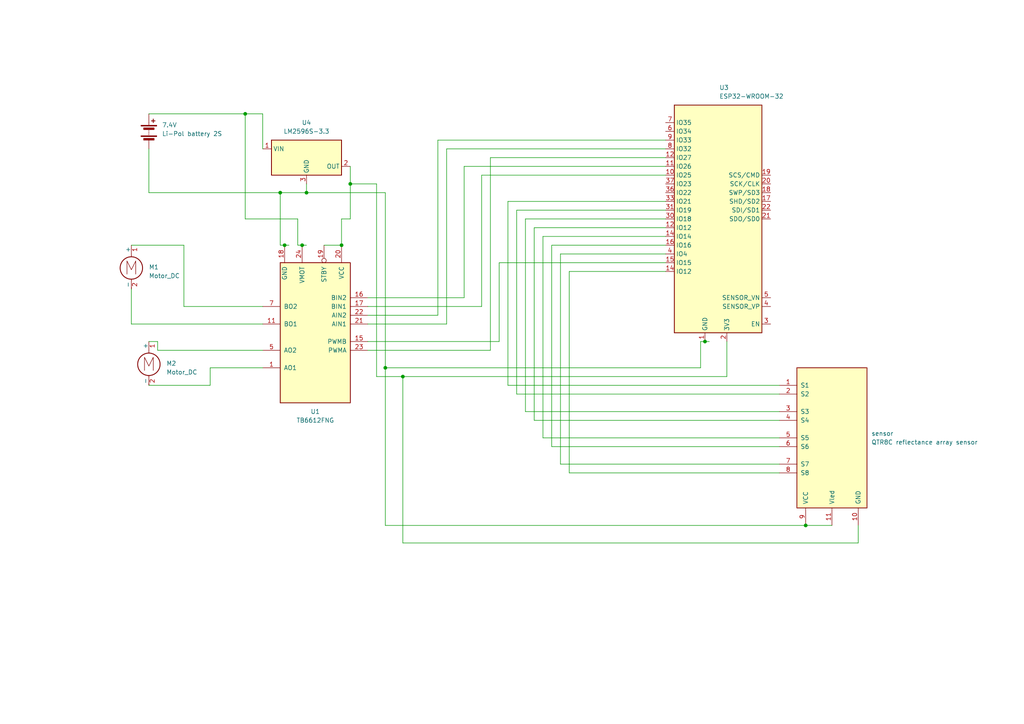
<source format=kicad_sch>
(kicad_sch (version 20230121) (generator eeschema)

  (uuid e58f599d-ddfc-4210-a409-514577a1a23d)

  (paper "A4")

  (lib_symbols
    (symbol "Device:Battery" (pin_numbers hide) (pin_names (offset 0) hide) (in_bom yes) (on_board yes)
      (property "Reference" "BT" (at 2.54 2.54 0)
        (effects (font (size 1.27 1.27)) (justify left))
      )
      (property "Value" "Battery" (at 2.54 0 0)
        (effects (font (size 1.27 1.27)) (justify left))
      )
      (property "Footprint" "" (at 0 1.524 90)
        (effects (font (size 1.27 1.27)) hide)
      )
      (property "Datasheet" "~" (at 0 1.524 90)
        (effects (font (size 1.27 1.27)) hide)
      )
      (property "ki_keywords" "batt voltage-source cell" (at 0 0 0)
        (effects (font (size 1.27 1.27)) hide)
      )
      (property "ki_description" "Multiple-cell battery" (at 0 0 0)
        (effects (font (size 1.27 1.27)) hide)
      )
      (symbol "Battery_0_1"
        (rectangle (start -2.286 -1.27) (end 2.286 -1.524)
          (stroke (width 0) (type default))
          (fill (type outline))
        )
        (rectangle (start -2.286 1.778) (end 2.286 1.524)
          (stroke (width 0) (type default))
          (fill (type outline))
        )
        (rectangle (start -1.524 -2.032) (end 1.524 -2.54)
          (stroke (width 0) (type default))
          (fill (type outline))
        )
        (rectangle (start -1.524 1.016) (end 1.524 0.508)
          (stroke (width 0) (type default))
          (fill (type outline))
        )
        (polyline
          (pts
            (xy 0 -1.016)
            (xy 0 -0.762)
          )
          (stroke (width 0) (type default))
          (fill (type none))
        )
        (polyline
          (pts
            (xy 0 -0.508)
            (xy 0 -0.254)
          )
          (stroke (width 0) (type default))
          (fill (type none))
        )
        (polyline
          (pts
            (xy 0 0)
            (xy 0 0.254)
          )
          (stroke (width 0) (type default))
          (fill (type none))
        )
        (polyline
          (pts
            (xy 0 1.778)
            (xy 0 2.54)
          )
          (stroke (width 0) (type default))
          (fill (type none))
        )
        (polyline
          (pts
            (xy 0.762 3.048)
            (xy 1.778 3.048)
          )
          (stroke (width 0.254) (type default))
          (fill (type none))
        )
        (polyline
          (pts
            (xy 1.27 3.556)
            (xy 1.27 2.54)
          )
          (stroke (width 0.254) (type default))
          (fill (type none))
        )
      )
      (symbol "Battery_1_1"
        (pin passive line (at 0 5.08 270) (length 2.54)
          (name "+" (effects (font (size 1.27 1.27))))
          (number "1" (effects (font (size 1.27 1.27))))
        )
        (pin passive line (at 0 -5.08 90) (length 2.54)
          (name "-" (effects (font (size 1.27 1.27))))
          (number "2" (effects (font (size 1.27 1.27))))
        )
      )
    )
    (symbol "Driver_Motor:TB6612FNG" (pin_names (offset 1.016)) (in_bom yes) (on_board yes)
      (property "Reference" "U1" (at 0 -22.86 0)
        (effects (font (size 1.27 1.27)))
      )
      (property "Value" "TB6612FNG" (at 0 -25.4 0)
        (effects (font (size 1.27 1.27)))
      )
      (property "Footprint" "Package_SO:SSOP-24_5.3x8.2mm_P0.65mm" (at 33.02 -22.86 0)
        (effects (font (size 1.27 1.27)) hide)
      )
      (property "Datasheet" "https://toshiba.semicon-storage.com/us/product/linear/motordriver/detail.TB6612FNG.html" (at 11.43 15.24 0)
        (effects (font (size 1.27 1.27)) hide)
      )
      (property "ki_keywords" "H-bridge motor driver" (at 0 0 0)
        (effects (font (size 1.27 1.27)) hide)
      )
      (property "ki_description" "Driver IC for Dual DC motor, SSOP-24" (at 0 0 0)
        (effects (font (size 1.27 1.27)) hide)
      )
      (property "ki_fp_filters" "SSOP-24*5.3x8.2mm*P0.65mm*" (at 0 0 0)
        (effects (font (size 1.27 1.27)) hide)
      )
      (symbol "TB6612FNG_0_1"
        (rectangle (start -10.16 20.32) (end 10.16 -20.32)
          (stroke (width 0.254) (type default))
          (fill (type background))
        )
      )
      (symbol "TB6612FNG_1_1"
        (pin output line (at 15.24 10.16 180) (length 5.08)
          (name "AO1" (effects (font (size 1.27 1.27))))
          (number "1" (effects (font (size 1.27 1.27))))
        )
        (pin output line (at 15.24 -2.54 180) (length 5.08)
          (name "BO1" (effects (font (size 1.27 1.27))))
          (number "11" (effects (font (size 1.27 1.27))))
        )
        (pin passive line (at 15.24 -2.54 180) (length 5.08) hide
          (name "BO1" (effects (font (size 1.27 1.27))))
          (number "12" (effects (font (size 1.27 1.27))))
        )
        (pin input line (at -15.24 2.54 0) (length 5.08)
          (name "PWMB" (effects (font (size 1.27 1.27))))
          (number "15" (effects (font (size 1.27 1.27))))
        )
        (pin input line (at -15.24 -10.16 0) (length 5.08)
          (name "BIN2" (effects (font (size 1.27 1.27))))
          (number "16" (effects (font (size 1.27 1.27))))
        )
        (pin input line (at -15.24 -7.62 0) (length 5.08)
          (name "BIN1" (effects (font (size 1.27 1.27))))
          (number "17" (effects (font (size 1.27 1.27))))
        )
        (pin power_in line (at 8.89 -25.4 90) (length 5.08)
          (name "GND" (effects (font (size 1.27 1.27))))
          (number "18" (effects (font (size 1.27 1.27))))
        )
        (pin input inverted (at -2.54 -25.4 90) (length 5.08)
          (name "STBY" (effects (font (size 1.27 1.27))))
          (number "19" (effects (font (size 1.27 1.27))))
        )
        (pin passive line (at 15.24 10.16 180) (length 5.08) hide
          (name "AO1" (effects (font (size 1.27 1.27))))
          (number "2" (effects (font (size 1.27 1.27))))
        )
        (pin power_in line (at -7.62 -25.4 90) (length 5.08)
          (name "VCC" (effects (font (size 1.27 1.27))))
          (number "20" (effects (font (size 1.27 1.27))))
        )
        (pin input line (at -15.24 -2.54 0) (length 5.08)
          (name "AIN1" (effects (font (size 1.27 1.27))))
          (number "21" (effects (font (size 1.27 1.27))))
        )
        (pin input line (at -15.24 -5.08 0) (length 5.08)
          (name "AIN2" (effects (font (size 1.27 1.27))))
          (number "22" (effects (font (size 1.27 1.27))))
        )
        (pin input line (at -15.24 5.08 0) (length 5.08)
          (name "PWMA" (effects (font (size 1.27 1.27))))
          (number "23" (effects (font (size 1.27 1.27))))
        )
        (pin power_in line (at 3.81 -25.4 90) (length 5.08)
          (name "VMOT" (effects (font (size 1.27 1.27))))
          (number "24" (effects (font (size 1.27 1.27))))
        )
        (pin output line (at 15.24 5.08 180) (length 5.08)
          (name "AO2" (effects (font (size 1.27 1.27))))
          (number "5" (effects (font (size 1.27 1.27))))
        )
        (pin passive line (at 15.24 5.08 180) (length 5.08) hide
          (name "AO2" (effects (font (size 1.27 1.27))))
          (number "6" (effects (font (size 1.27 1.27))))
        )
        (pin output line (at 15.24 -7.62 180) (length 5.08)
          (name "BO2" (effects (font (size 1.27 1.27))))
          (number "7" (effects (font (size 1.27 1.27))))
        )
        (pin passive line (at 15.24 -7.62 180) (length 5.08) hide
          (name "BO2" (effects (font (size 1.27 1.27))))
          (number "8" (effects (font (size 1.27 1.27))))
        )
      )
    )
    (symbol "Motor:Motor_DC" (pin_names (offset 0)) (in_bom yes) (on_board yes)
      (property "Reference" "M" (at 2.54 2.54 0)
        (effects (font (size 1.27 1.27)) (justify left))
      )
      (property "Value" "Motor_DC" (at 2.54 -5.08 0)
        (effects (font (size 1.27 1.27)) (justify left top))
      )
      (property "Footprint" "" (at 0 -2.286 0)
        (effects (font (size 1.27 1.27)) hide)
      )
      (property "Datasheet" "~" (at 0 -2.286 0)
        (effects (font (size 1.27 1.27)) hide)
      )
      (property "ki_keywords" "DC Motor" (at 0 0 0)
        (effects (font (size 1.27 1.27)) hide)
      )
      (property "ki_description" "DC Motor" (at 0 0 0)
        (effects (font (size 1.27 1.27)) hide)
      )
      (property "ki_fp_filters" "PinHeader*P2.54mm* TerminalBlock*" (at 0 0 0)
        (effects (font (size 1.27 1.27)) hide)
      )
      (symbol "Motor_DC_0_0"
        (polyline
          (pts
            (xy -1.27 -3.302)
            (xy -1.27 0.508)
            (xy 0 -2.032)
            (xy 1.27 0.508)
            (xy 1.27 -3.302)
          )
          (stroke (width 0) (type default))
          (fill (type none))
        )
      )
      (symbol "Motor_DC_0_1"
        (circle (center 0 -1.524) (radius 3.2512)
          (stroke (width 0.254) (type default))
          (fill (type none))
        )
        (polyline
          (pts
            (xy 0 -7.62)
            (xy 0 -7.112)
          )
          (stroke (width 0) (type default))
          (fill (type none))
        )
        (polyline
          (pts
            (xy 0 -4.7752)
            (xy 0 -5.1816)
          )
          (stroke (width 0) (type default))
          (fill (type none))
        )
        (polyline
          (pts
            (xy 0 1.7272)
            (xy 0 2.0828)
          )
          (stroke (width 0) (type default))
          (fill (type none))
        )
        (polyline
          (pts
            (xy 0 2.032)
            (xy 0 2.54)
          )
          (stroke (width 0) (type default))
          (fill (type none))
        )
      )
      (symbol "Motor_DC_1_1"
        (pin passive line (at 0 5.08 270) (length 2.54)
          (name "+" (effects (font (size 1.27 1.27))))
          (number "1" (effects (font (size 1.27 1.27))))
        )
        (pin passive line (at 0 -7.62 90) (length 2.54)
          (name "-" (effects (font (size 1.27 1.27))))
          (number "2" (effects (font (size 1.27 1.27))))
        )
      )
    )
    (symbol "RF_Module:ESP32-WROOM-32" (in_bom yes) (on_board yes)
      (property "Reference" "U3" (at -0.3459 -38.1 0)
        (effects (font (size 1.27 1.27)) (justify right))
      )
      (property "Value" "ESP32-WROOM-32" (at -0.3459 -35.56 0)
        (effects (font (size 1.27 1.27)) (justify right))
      )
      (property "Footprint" "RF_Module:ESP32-WROOM-32" (at 0 -38.1 0)
        (effects (font (size 1.27 1.27)) hide)
      )
      (property "Datasheet" "https://www.espressif.com/sites/default/files/documentation/esp32-wroom-32_datasheet_en.pdf" (at -7.62 1.27 0)
        (effects (font (size 1.27 1.27)) hide)
      )
      (property "ki_keywords" "RF Radio BT ESP ESP32 Espressif onboard PCB antenna" (at 0 0 0)
        (effects (font (size 1.27 1.27)) hide)
      )
      (property "ki_description" "RF Module, ESP32-D0WDQ6 SoC, Wi-Fi 802.11b/g/n, Bluetooth, BLE, 32-bit, 2.7-3.6V, onboard antenna, SMD" (at 0 0 0)
        (effects (font (size 1.27 1.27)) hide)
      )
      (property "ki_fp_filters" "ESP32?WROOM?32*" (at 0 0 0)
        (effects (font (size 1.27 1.27)) hide)
      )
      (symbol "ESP32-WROOM-32_0_1"
        (rectangle (start -12.7 33.02) (end 12.7 -33.02)
          (stroke (width 0.254) (type default))
          (fill (type background))
        )
      )
      (symbol "ESP32-WROOM-32_1_1"
        (pin power_out line (at 3.81 35.56 270) (length 2.54)
          (name "GND" (effects (font (size 1.27 1.27))))
          (number "1" (effects (font (size 1.27 1.27))))
        )
        (pin bidirectional line (at 15.24 -12.7 180) (length 2.54)
          (name "IO25" (effects (font (size 1.27 1.27))))
          (number "10" (effects (font (size 1.27 1.27))))
        )
        (pin bidirectional line (at 15.24 -15.24 180) (length 2.54)
          (name "IO26" (effects (font (size 1.27 1.27))))
          (number "11" (effects (font (size 1.27 1.27))))
        )
        (pin bidirectional line (at 15.24 2.54 180) (length 2.54)
          (name "IO12" (effects (font (size 1.27 1.27))))
          (number "12" (effects (font (size 1.27 1.27))))
        )
        (pin bidirectional line (at 15.24 -17.78 180) (length 2.54)
          (name "IO27" (effects (font (size 1.27 1.27))))
          (number "12" (effects (font (size 1.27 1.27))))
        )
        (pin bidirectional line (at 15.24 15.24 180) (length 2.54)
          (name "IO12" (effects (font (size 1.27 1.27))))
          (number "14" (effects (font (size 1.27 1.27))))
        )
        (pin bidirectional line (at 15.24 5.08 180) (length 2.54)
          (name "IO14" (effects (font (size 1.27 1.27))))
          (number "14" (effects (font (size 1.27 1.27))))
        )
        (pin passive line (at 0 -35.56 90) (length 2.54) hide
          (name "GND" (effects (font (size 1.27 1.27))))
          (number "15" (effects (font (size 1.27 1.27))))
        )
        (pin bidirectional line (at 15.24 12.7 180) (length 2.54)
          (name "IO15" (effects (font (size 1.27 1.27))))
          (number "15" (effects (font (size 1.27 1.27))))
        )
        (pin bidirectional line (at 15.24 7.62 180) (length 2.54)
          (name "IO16" (effects (font (size 1.27 1.27))))
          (number "16" (effects (font (size 1.27 1.27))))
        )
        (pin bidirectional line (at -15.24 -5.08 0) (length 2.54)
          (name "SHD/SD2" (effects (font (size 1.27 1.27))))
          (number "17" (effects (font (size 1.27 1.27))))
        )
        (pin bidirectional line (at -15.24 -7.62 0) (length 2.54)
          (name "SWP/SD3" (effects (font (size 1.27 1.27))))
          (number "18" (effects (font (size 1.27 1.27))))
        )
        (pin bidirectional line (at -15.24 -12.7 0) (length 2.54)
          (name "SCS/CMD" (effects (font (size 1.27 1.27))))
          (number "19" (effects (font (size 1.27 1.27))))
        )
        (pin power_in line (at -2.54 35.56 270) (length 2.54)
          (name "3V3" (effects (font (size 1.27 1.27))))
          (number "2" (effects (font (size 1.27 1.27))))
        )
        (pin bidirectional line (at -15.24 -10.16 0) (length 2.54)
          (name "SCK/CLK" (effects (font (size 1.27 1.27))))
          (number "20" (effects (font (size 1.27 1.27))))
        )
        (pin bidirectional line (at -15.24 0 0) (length 2.54)
          (name "SDO/SD0" (effects (font (size 1.27 1.27))))
          (number "21" (effects (font (size 1.27 1.27))))
        )
        (pin bidirectional line (at -15.24 -2.54 0) (length 2.54)
          (name "SDI/SD1" (effects (font (size 1.27 1.27))))
          (number "22" (effects (font (size 1.27 1.27))))
        )
        (pin input line (at -15.24 30.48 0) (length 2.54)
          (name "EN" (effects (font (size 1.27 1.27))))
          (number "3" (effects (font (size 1.27 1.27))))
        )
        (pin bidirectional line (at 15.24 0 180) (length 2.54)
          (name "IO18" (effects (font (size 1.27 1.27))))
          (number "30" (effects (font (size 1.27 1.27))))
        )
        (pin bidirectional line (at 15.24 -2.54 180) (length 2.54)
          (name "IO19" (effects (font (size 1.27 1.27))))
          (number "31" (effects (font (size 1.27 1.27))))
        )
        (pin no_connect line (at -12.7 -27.94 0) (length 2.54) hide
          (name "NC" (effects (font (size 1.27 1.27))))
          (number "32" (effects (font (size 1.27 1.27))))
        )
        (pin bidirectional line (at 15.24 -5.08 180) (length 2.54)
          (name "IO21" (effects (font (size 1.27 1.27))))
          (number "33" (effects (font (size 1.27 1.27))))
        )
        (pin bidirectional line (at 15.24 -7.62 180) (length 2.54)
          (name "IO22" (effects (font (size 1.27 1.27))))
          (number "36" (effects (font (size 1.27 1.27))))
        )
        (pin bidirectional line (at 15.24 -10.16 180) (length 2.54)
          (name "IO23" (effects (font (size 1.27 1.27))))
          (number "37" (effects (font (size 1.27 1.27))))
        )
        (pin passive line (at 0 -35.56 90) (length 2.54) hide
          (name "GND" (effects (font (size 1.27 1.27))))
          (number "38" (effects (font (size 1.27 1.27))))
        )
        (pin passive line (at 0 -35.56 90) (length 2.54) hide
          (name "GND" (effects (font (size 1.27 1.27))))
          (number "39" (effects (font (size 1.27 1.27))))
        )
        (pin bidirectional line (at 15.24 10.16 180) (length 2.54)
          (name "IO4" (effects (font (size 1.27 1.27))))
          (number "4" (effects (font (size 1.27 1.27))))
        )
        (pin input line (at -15.24 25.4 0) (length 2.54)
          (name "SENSOR_VP" (effects (font (size 1.27 1.27))))
          (number "4" (effects (font (size 1.27 1.27))))
        )
        (pin input line (at -15.24 22.86 0) (length 2.54)
          (name "SENSOR_VN" (effects (font (size 1.27 1.27))))
          (number "5" (effects (font (size 1.27 1.27))))
        )
        (pin input line (at 15.24 -25.4 180) (length 2.54)
          (name "IO34" (effects (font (size 1.27 1.27))))
          (number "6" (effects (font (size 1.27 1.27))))
        )
        (pin input line (at 15.24 -27.94 180) (length 2.54)
          (name "IO35" (effects (font (size 1.27 1.27))))
          (number "7" (effects (font (size 1.27 1.27))))
        )
        (pin bidirectional line (at 15.24 -20.32 180) (length 2.54)
          (name "IO32" (effects (font (size 1.27 1.27))))
          (number "8" (effects (font (size 1.27 1.27))))
        )
        (pin bidirectional line (at 15.24 -22.86 180) (length 2.54)
          (name "IO33" (effects (font (size 1.27 1.27))))
          (number "9" (effects (font (size 1.27 1.27))))
        )
      )
    )
    (symbol "Regulator_Switching:LM2596S-3.3" (in_bom yes) (on_board yes)
      (property "Reference" "U4" (at 0 10.16 0)
        (effects (font (size 1.27 1.27)))
      )
      (property "Value" "LM2596S-3.3" (at 0 7.62 0)
        (effects (font (size 1.27 1.27)))
      )
      (property "Footprint" "Package_TO_SOT_SMD:TO-263-5_TabPin3" (at 1.27 -6.35 0)
        (effects (font (size 1.27 1.27) italic) (justify left) hide)
      )
      (property "Datasheet" "http://www.ti.com/lit/ds/symlink/lm2596.pdf" (at 0 0 0)
        (effects (font (size 1.27 1.27)) hide)
      )
      (property "ki_keywords" "Step-Down Voltage Regulator 3.3V 3A" (at 0 0 0)
        (effects (font (size 1.27 1.27)) hide)
      )
      (property "ki_description" "3.3V 3A Step-Down Voltage Regulator, TO-263" (at 0 0 0)
        (effects (font (size 1.27 1.27)) hide)
      )
      (property "ki_fp_filters" "TO?263*" (at 0 0 0)
        (effects (font (size 1.27 1.27)) hide)
      )
      (symbol "LM2596S-3.3_0_1"
        (rectangle (start -10.16 5.08) (end 10.16 -5.08)
          (stroke (width 0.254) (type default))
          (fill (type background))
        )
      )
      (symbol "LM2596S-3.3_1_1"
        (pin power_in line (at -12.7 2.54 0) (length 2.54)
          (name "VIN" (effects (font (size 1.27 1.27))))
          (number "1" (effects (font (size 1.27 1.27))))
        )
        (pin output line (at 12.7 -2.54 180) (length 2.54)
          (name "OUT" (effects (font (size 1.27 1.27))))
          (number "2" (effects (font (size 1.27 1.27))))
        )
        (pin power_in line (at 0 -7.62 90) (length 2.54)
          (name "GND" (effects (font (size 1.27 1.27))))
          (number "3" (effects (font (size 1.27 1.27))))
        )
      )
    )
    (symbol "TB6612FNG_1" (pin_names (offset 1.016)) (in_bom yes) (on_board yes)
      (property "Reference" "sensor" (at 11.43 1.27 0)
        (effects (font (size 1.27 1.27)) (justify left))
      )
      (property "Value" "QTR8C reflectance array sensor" (at 11.43 -1.27 0)
        (effects (font (size 1.27 1.27)) (justify left))
      )
      (property "Footprint" "Package_SO:SSOP-24_5.3x8.2mm_P0.65mm" (at 33.02 -22.86 0)
        (effects (font (size 1.27 1.27)) hide)
      )
      (property "Datasheet" "" (at 10.16 33.02 0)
        (effects (font (size 1.27 1.27)) hide)
      )
      (property "ki_keywords" "H-bridge motor driver" (at 0 0 0)
        (effects (font (size 1.27 1.27)) hide)
      )
      (property "ki_description" "Driver IC for Dual DC motor, SSOP-24" (at 0 0 0)
        (effects (font (size 1.27 1.27)) hide)
      )
      (property "ki_fp_filters" "SSOP-24*5.3x8.2mm*P0.65mm*" (at 0 0 0)
        (effects (font (size 1.27 1.27)) hide)
      )
      (symbol "TB6612FNG_1_0_1"
        (rectangle (start -10.16 20.32) (end 10.16 -20.32)
          (stroke (width 0.254) (type default))
          (fill (type background))
        )
      )
      (symbol "TB6612FNG_1_1_1"
        (pin output line (at -15.24 15.24 0) (length 5.08)
          (name "S1" (effects (font (size 1.27 1.27))))
          (number "1" (effects (font (size 1.27 1.27))))
        )
        (pin power_in line (at 7.62 -25.4 90) (length 5.08)
          (name "GND" (effects (font (size 1.27 1.27))))
          (number "10" (effects (font (size 1.27 1.27))))
        )
        (pin power_in line (at 0 -25.4 90) (length 5.08)
          (name "Vled" (effects (font (size 1.27 1.27))))
          (number "11" (effects (font (size 1.27 1.27))))
        )
        (pin output line (at -15.24 12.7 0) (length 5.08)
          (name "S2" (effects (font (size 1.27 1.27))))
          (number "2" (effects (font (size 1.27 1.27))))
        )
        (pin output line (at -15.24 7.62 0) (length 5.08)
          (name "S3" (effects (font (size 1.27 1.27))))
          (number "3" (effects (font (size 1.27 1.27))))
        )
        (pin output line (at -15.24 5.08 0) (length 5.08)
          (name "S4" (effects (font (size 1.27 1.27))))
          (number "4" (effects (font (size 1.27 1.27))))
        )
        (pin output line (at -15.24 0 0) (length 5.08)
          (name "S5" (effects (font (size 1.27 1.27))))
          (number "5" (effects (font (size 1.27 1.27))))
        )
        (pin output line (at -15.24 -2.54 0) (length 5.08)
          (name "S6" (effects (font (size 1.27 1.27))))
          (number "6" (effects (font (size 1.27 1.27))))
        )
        (pin output line (at -15.24 -7.62 0) (length 5.08)
          (name "S7" (effects (font (size 1.27 1.27))))
          (number "7" (effects (font (size 1.27 1.27))))
        )
        (pin output line (at -15.24 -10.16 0) (length 5.08)
          (name "S8" (effects (font (size 1.27 1.27))))
          (number "8" (effects (font (size 1.27 1.27))))
        )
        (pin power_in line (at -7.62 -25.4 90) (length 5.08)
          (name "VCC" (effects (font (size 1.27 1.27))))
          (number "9" (effects (font (size 1.27 1.27))))
        )
      )
    )
  )

  (junction (at 101.6 53.34) (diameter 0) (color 0 0 0 0)
    (uuid 0413b167-e122-4392-8b6a-486535619ee5)
  )
  (junction (at 204.47 99.06) (diameter 0) (color 0 0 0 0)
    (uuid 1349a984-de8e-41cf-94e7-64e96f5bbaac)
  )
  (junction (at 111.76 106.68) (diameter 0) (color 0 0 0 0)
    (uuid 2d9c6f0f-bef6-409f-ab0f-a1778f231292)
  )
  (junction (at 87.63 71.12) (diameter 0) (color 0 0 0 0)
    (uuid 33f11d85-bdf6-415b-a34b-d69082299b19)
  )
  (junction (at 99.06 71.12) (diameter 0) (color 0 0 0 0)
    (uuid 3749ba4a-1f00-4724-b451-c153ba70b1ad)
  )
  (junction (at 88.9 55.88) (diameter 0) (color 0 0 0 0)
    (uuid 4be54fd2-9e01-4139-88b8-87a28736c101)
  )
  (junction (at 116.84 109.22) (diameter 0) (color 0 0 0 0)
    (uuid b0f64520-7aef-4940-a8ec-94fcc2e1c493)
  )
  (junction (at 233.68 152.4) (diameter 0) (color 0 0 0 0)
    (uuid cb156a77-c821-4334-9e4f-ce4e0c81e6de)
  )
  (junction (at 71.12 33.02) (diameter 0) (color 0 0 0 0)
    (uuid ce737ccc-e3ad-48cb-82c6-1ae070279c1d)
  )
  (junction (at 81.28 55.88) (diameter 0) (color 0 0 0 0)
    (uuid d0d0440b-2952-465c-a2d7-480bb0d212f7)
  )
  (junction (at 82.55 71.12) (diameter 0) (color 0 0 0 0)
    (uuid e1069898-8718-4785-b2bf-95f409e150dc)
  )

  (wire (pts (xy 43.18 43.18) (xy 43.18 55.88))
    (stroke (width 0) (type default))
    (uuid 001b4360-f2f5-4294-a8b5-264dad7e12a2)
  )
  (wire (pts (xy 129.54 93.98) (xy 129.54 43.18))
    (stroke (width 0) (type default))
    (uuid 0440fb2d-3fc1-4622-bdda-2f07c297664e)
  )
  (wire (pts (xy 106.68 86.36) (xy 134.62 86.36))
    (stroke (width 0) (type default))
    (uuid 08f0ddae-fc63-46e8-bfda-814fe7847a4c)
  )
  (wire (pts (xy 134.62 86.36) (xy 134.62 48.26))
    (stroke (width 0) (type default))
    (uuid 0c70f2da-b981-455c-8f69-7a0491c3329c)
  )
  (wire (pts (xy 86.36 71.12) (xy 87.63 71.12))
    (stroke (width 0) (type default))
    (uuid 0dd196b2-d57b-4d84-9fab-3f040fecf701)
  )
  (wire (pts (xy 193.04 78.74) (xy 165.1 78.74))
    (stroke (width 0) (type default))
    (uuid 0e3d29ac-56b0-4e10-85ef-c67348550aec)
  )
  (wire (pts (xy 193.04 60.96) (xy 149.86 60.96))
    (stroke (width 0) (type default))
    (uuid 12497518-259c-4767-98e3-d49d7c6637f4)
  )
  (wire (pts (xy 81.28 71.12) (xy 82.55 71.12))
    (stroke (width 0) (type default))
    (uuid 163db96f-8d1e-4fa2-abb8-bd801561e8ff)
  )
  (wire (pts (xy 147.32 58.42) (xy 147.32 111.76))
    (stroke (width 0) (type default))
    (uuid 164e85f6-bb9f-4307-990b-167f88fe9888)
  )
  (wire (pts (xy 76.2 106.68) (xy 60.96 106.68))
    (stroke (width 0) (type default))
    (uuid 16ba0efa-f729-48d4-a17a-4767fc6e8bf3)
  )
  (wire (pts (xy 45.72 101.6) (xy 45.72 99.06))
    (stroke (width 0) (type default))
    (uuid 17715714-9827-4bbc-b49f-32d690438497)
  )
  (wire (pts (xy 116.84 109.22) (xy 116.84 157.48))
    (stroke (width 0) (type default))
    (uuid 24df8587-f796-47db-9387-fe036be6e3c6)
  )
  (wire (pts (xy 87.63 71.12) (xy 88.9 71.12))
    (stroke (width 0) (type default))
    (uuid 2898149d-0065-4270-90f6-9ca75ed351db)
  )
  (wire (pts (xy 88.9 55.88) (xy 88.9 53.34))
    (stroke (width 0) (type default))
    (uuid 29e3be9b-da4b-4e46-aaee-b2c2c99d05b9)
  )
  (wire (pts (xy 111.76 152.4) (xy 233.68 152.4))
    (stroke (width 0) (type default))
    (uuid 2bc07eb6-ce22-49ff-a063-d0a1668a1487)
  )
  (wire (pts (xy 93.98 71.12) (xy 99.06 71.12))
    (stroke (width 0) (type default))
    (uuid 2c01d659-8ed2-4009-a97a-7ec9ef42ebfc)
  )
  (wire (pts (xy 142.24 45.72) (xy 193.04 45.72))
    (stroke (width 0) (type default))
    (uuid 2eec1816-0868-4cd6-b658-7b3db7f93752)
  )
  (wire (pts (xy 193.04 73.66) (xy 162.56 73.66))
    (stroke (width 0) (type default))
    (uuid 331e0155-2504-45b2-b814-283b18558720)
  )
  (wire (pts (xy 248.92 152.4) (xy 248.92 157.48))
    (stroke (width 0) (type default))
    (uuid 3768699b-5397-4e0c-a00f-45615d438a2f)
  )
  (wire (pts (xy 38.1 93.98) (xy 76.2 93.98))
    (stroke (width 0) (type default))
    (uuid 3c5dabba-5bf6-450d-b5ab-c3fdc2419f64)
  )
  (wire (pts (xy 111.76 106.68) (xy 111.76 152.4))
    (stroke (width 0) (type default))
    (uuid 3d50b5bc-5047-4e30-8312-827c23b55dcf)
  )
  (wire (pts (xy 71.12 33.02) (xy 76.2 33.02))
    (stroke (width 0) (type default))
    (uuid 3e3aac29-414d-43ac-a8ed-8635c1ebbb92)
  )
  (wire (pts (xy 60.96 111.76) (xy 43.18 111.76))
    (stroke (width 0) (type default))
    (uuid 4012036f-748b-4311-a9b7-0bd52b97ada8)
  )
  (wire (pts (xy 76.2 33.02) (xy 76.2 43.18))
    (stroke (width 0) (type default))
    (uuid 414d1fed-9a84-4664-b177-62248089d24b)
  )
  (wire (pts (xy 60.96 106.68) (xy 60.96 111.76))
    (stroke (width 0) (type default))
    (uuid 443403f2-fc23-461d-9f17-7007d6d0332a)
  )
  (wire (pts (xy 53.34 71.12) (xy 38.1 71.12))
    (stroke (width 0) (type default))
    (uuid 4678d123-b04a-4c2a-a0ab-c03f86b955b0)
  )
  (wire (pts (xy 81.28 55.88) (xy 88.9 55.88))
    (stroke (width 0) (type default))
    (uuid 48ef738f-1af5-4f79-9b42-6a6060e5ef61)
  )
  (wire (pts (xy 116.84 109.22) (xy 210.82 109.22))
    (stroke (width 0) (type default))
    (uuid 4a6eaf35-0c03-4966-844d-8563ce479823)
  )
  (wire (pts (xy 82.55 71.12) (xy 83.82 71.12))
    (stroke (width 0) (type default))
    (uuid 4eec0202-a22f-4e5d-b467-2ba365e7bbce)
  )
  (wire (pts (xy 101.6 53.34) (xy 109.22 53.34))
    (stroke (width 0) (type default))
    (uuid 50eb63b8-9d2c-4921-b4fd-aed56cd0e62d)
  )
  (wire (pts (xy 154.94 66.04) (xy 154.94 121.92))
    (stroke (width 0) (type default))
    (uuid 53846831-ffec-43d9-9fe1-28d0d5965af3)
  )
  (wire (pts (xy 149.86 60.96) (xy 149.86 114.3))
    (stroke (width 0) (type default))
    (uuid 54ca1c7f-e18b-4ac8-b554-411249b68ec9)
  )
  (wire (pts (xy 152.4 63.5) (xy 152.4 119.38))
    (stroke (width 0) (type default))
    (uuid 57324165-eca4-4657-adc5-e33c2a766ad0)
  )
  (wire (pts (xy 106.68 93.98) (xy 129.54 93.98))
    (stroke (width 0) (type default))
    (uuid 5a7730cd-10f3-4ecb-b259-3e02b8217ade)
  )
  (wire (pts (xy 86.36 63.5) (xy 86.36 71.12))
    (stroke (width 0) (type default))
    (uuid 5c56ebb9-0e60-4d1e-8a35-9164348d9d44)
  )
  (wire (pts (xy 53.34 88.9) (xy 53.34 71.12))
    (stroke (width 0) (type default))
    (uuid 5cba3b95-a733-42af-a4e7-6cb95e616d3e)
  )
  (wire (pts (xy 106.68 99.06) (xy 144.78 99.06))
    (stroke (width 0) (type default))
    (uuid 5e3c592c-e72e-411c-9ee8-1704d75a8ccd)
  )
  (wire (pts (xy 76.2 101.6) (xy 45.72 101.6))
    (stroke (width 0) (type default))
    (uuid 60cd9de5-8c29-459e-98fc-324d2f39e36f)
  )
  (wire (pts (xy 134.62 48.26) (xy 193.04 48.26))
    (stroke (width 0) (type default))
    (uuid 67097d40-331a-41ae-9b23-7788dd33a4b0)
  )
  (wire (pts (xy 144.78 76.2) (xy 193.04 76.2))
    (stroke (width 0) (type default))
    (uuid 675ad612-f417-4f60-9f3b-ee5f5fbaa672)
  )
  (wire (pts (xy 193.04 58.42) (xy 147.32 58.42))
    (stroke (width 0) (type default))
    (uuid 68e2ed28-8ad0-4d3e-9373-f68f63eec9de)
  )
  (wire (pts (xy 106.68 88.9) (xy 139.7 88.9))
    (stroke (width 0) (type default))
    (uuid 6b84fdff-221a-436d-923a-9ce20ca0b5ac)
  )
  (wire (pts (xy 99.06 71.12) (xy 99.06 63.5))
    (stroke (width 0) (type default))
    (uuid 6c574446-4e4e-4dea-a4e4-989fc1161e43)
  )
  (wire (pts (xy 203.2 99.06) (xy 203.2 106.68))
    (stroke (width 0) (type default))
    (uuid 6d2f9789-b8c2-444c-a3aa-3c94e096f706)
  )
  (wire (pts (xy 193.04 68.58) (xy 157.48 68.58))
    (stroke (width 0) (type default))
    (uuid 76a9ec49-7855-46fc-a02b-42f559fbcddc)
  )
  (wire (pts (xy 129.54 43.18) (xy 193.04 43.18))
    (stroke (width 0) (type default))
    (uuid 78b82d9c-70f7-41e4-9d79-8cbac6558d2b)
  )
  (wire (pts (xy 162.56 134.62) (xy 226.06 134.62))
    (stroke (width 0) (type default))
    (uuid 792e3eec-d485-4650-a9f9-a9ac2c3350ca)
  )
  (wire (pts (xy 152.4 119.38) (xy 226.06 119.38))
    (stroke (width 0) (type default))
    (uuid 7add9b78-7435-47ab-a73b-9b5024497a26)
  )
  (wire (pts (xy 193.04 71.12) (xy 160.02 71.12))
    (stroke (width 0) (type default))
    (uuid 7d6facdb-0489-44e2-8b65-b9fc788b1fb1)
  )
  (wire (pts (xy 127 91.44) (xy 127 40.64))
    (stroke (width 0) (type default))
    (uuid 7f02d6a7-ca79-4991-a971-4e1df6dde88c)
  )
  (wire (pts (xy 101.6 63.5) (xy 101.6 53.34))
    (stroke (width 0) (type default))
    (uuid 80b6de90-47ed-449e-87d0-2274a654d56f)
  )
  (wire (pts (xy 233.68 152.4) (xy 241.3 152.4))
    (stroke (width 0) (type default))
    (uuid 89bcd961-532f-40d8-a200-d30c723ce6bd)
  )
  (wire (pts (xy 165.1 137.16) (xy 226.06 137.16))
    (stroke (width 0) (type default))
    (uuid 8b2b6e92-e3b3-4daf-bc2c-133b2935739c)
  )
  (wire (pts (xy 147.32 111.76) (xy 226.06 111.76))
    (stroke (width 0) (type default))
    (uuid 8d969180-32d2-4110-8c59-bfcd66184a0a)
  )
  (wire (pts (xy 81.28 55.88) (xy 81.28 71.12))
    (stroke (width 0) (type default))
    (uuid 906f50a9-8a27-49d6-aab5-6985a5b597fd)
  )
  (wire (pts (xy 111.76 106.68) (xy 203.2 106.68))
    (stroke (width 0) (type default))
    (uuid 92a09dd9-f656-4ed3-9b78-e3eed55b6b55)
  )
  (wire (pts (xy 99.06 63.5) (xy 101.6 63.5))
    (stroke (width 0) (type default))
    (uuid 94523fed-d55a-464c-8f5f-25fa17239ff0)
  )
  (wire (pts (xy 205.74 99.06) (xy 204.47 99.06))
    (stroke (width 0) (type default))
    (uuid 9e313dbb-c2e9-48a5-ad01-29d0c18a0919)
  )
  (wire (pts (xy 76.2 88.9) (xy 53.34 88.9))
    (stroke (width 0) (type default))
    (uuid 9e50d204-3f08-4903-8955-2fd7298f432c)
  )
  (wire (pts (xy 160.02 71.12) (xy 160.02 129.54))
    (stroke (width 0) (type default))
    (uuid 9e579289-6b82-4ba4-8e3e-5f3db088d7df)
  )
  (wire (pts (xy 248.92 157.48) (xy 116.84 157.48))
    (stroke (width 0) (type default))
    (uuid a3668ba2-5f3e-4199-80c4-07aa4fcc19e2)
  )
  (wire (pts (xy 203.2 99.06) (xy 204.47 99.06))
    (stroke (width 0) (type default))
    (uuid a957693e-aa0c-42ba-9ffd-d5143a6f1e45)
  )
  (wire (pts (xy 106.68 91.44) (xy 127 91.44))
    (stroke (width 0) (type default))
    (uuid ace70af1-513f-4239-a0d1-0d1ba398238e)
  )
  (wire (pts (xy 109.22 109.22) (xy 116.84 109.22))
    (stroke (width 0) (type default))
    (uuid aef1dbf9-dc56-4e72-8d24-f6c65367add0)
  )
  (wire (pts (xy 111.76 55.88) (xy 111.76 106.68))
    (stroke (width 0) (type default))
    (uuid b5899997-40fd-4fad-aa1f-2af6029c0a68)
  )
  (wire (pts (xy 109.22 53.34) (xy 109.22 109.22))
    (stroke (width 0) (type default))
    (uuid b58da3b0-cc82-48d9-826a-88229415ed7a)
  )
  (wire (pts (xy 165.1 78.74) (xy 165.1 137.16))
    (stroke (width 0) (type default))
    (uuid ba8c8651-0225-42c3-a938-8e9af817953b)
  )
  (wire (pts (xy 193.04 66.04) (xy 154.94 66.04))
    (stroke (width 0) (type default))
    (uuid bb3d3da0-2bac-4af0-9f9c-0bfefc034441)
  )
  (wire (pts (xy 149.86 114.3) (xy 226.06 114.3))
    (stroke (width 0) (type default))
    (uuid bcde5b93-4e1a-4471-b268-b42a8c8eb8e1)
  )
  (wire (pts (xy 45.72 99.06) (xy 43.18 99.06))
    (stroke (width 0) (type default))
    (uuid bd8f8217-9e81-4d0f-8a3a-0229cffdb3c5)
  )
  (wire (pts (xy 43.18 33.02) (xy 71.12 33.02))
    (stroke (width 0) (type default))
    (uuid be4a3a37-07ac-402a-a3ce-1bc965ccff7e)
  )
  (wire (pts (xy 38.1 93.98) (xy 38.1 83.82))
    (stroke (width 0) (type default))
    (uuid c4f46ff2-19af-43ff-b36f-9bb39e80a3d9)
  )
  (wire (pts (xy 144.78 99.06) (xy 144.78 76.2))
    (stroke (width 0) (type default))
    (uuid c8d44b3a-2a81-4e22-a634-46343c1a9d57)
  )
  (wire (pts (xy 210.82 109.22) (xy 210.82 99.06))
    (stroke (width 0) (type default))
    (uuid d614d6f6-dfa9-4333-99c6-f5753bc45ff9)
  )
  (wire (pts (xy 162.56 73.66) (xy 162.56 134.62))
    (stroke (width 0) (type default))
    (uuid d7dd7525-e8ea-4ce2-b0c3-7cdbe7f73104)
  )
  (wire (pts (xy 142.24 101.6) (xy 142.24 45.72))
    (stroke (width 0) (type default))
    (uuid d836e411-a047-4570-8c73-c2ab8ed10cef)
  )
  (wire (pts (xy 106.68 101.6) (xy 142.24 101.6))
    (stroke (width 0) (type default))
    (uuid d839d34f-9902-4312-bd21-53fdafcb75f0)
  )
  (wire (pts (xy 127 40.64) (xy 193.04 40.64))
    (stroke (width 0) (type default))
    (uuid d9d67bc5-a2be-4263-aa28-6ec2ccbd2213)
  )
  (wire (pts (xy 139.7 50.8) (xy 193.04 50.8))
    (stroke (width 0) (type default))
    (uuid dbc2f9ec-8e98-492d-95ab-564345628689)
  )
  (wire (pts (xy 43.18 55.88) (xy 81.28 55.88))
    (stroke (width 0) (type default))
    (uuid dbec18cf-b846-4ae8-82c1-d20e50a929cb)
  )
  (wire (pts (xy 71.12 63.5) (xy 86.36 63.5))
    (stroke (width 0) (type default))
    (uuid e0970014-5a42-452e-96da-07cd01e470a9)
  )
  (wire (pts (xy 101.6 53.34) (xy 101.6 48.26))
    (stroke (width 0) (type default))
    (uuid e1123390-a5d7-4a97-b836-16c0ec37e79b)
  )
  (wire (pts (xy 160.02 129.54) (xy 226.06 129.54))
    (stroke (width 0) (type default))
    (uuid e61cb990-f519-40f0-915d-0a2777e4e5ef)
  )
  (wire (pts (xy 193.04 63.5) (xy 152.4 63.5))
    (stroke (width 0) (type default))
    (uuid e7a0ff1a-e540-4818-9a0e-cadf01616c7c)
  )
  (wire (pts (xy 88.9 55.88) (xy 111.76 55.88))
    (stroke (width 0) (type default))
    (uuid ede3fb8d-e736-4a04-918a-7d0665a7d167)
  )
  (wire (pts (xy 139.7 88.9) (xy 139.7 50.8))
    (stroke (width 0) (type default))
    (uuid f232010b-3d1e-4d17-9fab-1322597820d6)
  )
  (wire (pts (xy 157.48 127) (xy 226.06 127))
    (stroke (width 0) (type default))
    (uuid f406392e-83e7-4f8b-8ddd-047fcd1b9305)
  )
  (wire (pts (xy 154.94 121.92) (xy 226.06 121.92))
    (stroke (width 0) (type default))
    (uuid f79283bf-7676-4503-913f-b7cf99874058)
  )
  (wire (pts (xy 157.48 68.58) (xy 157.48 127))
    (stroke (width 0) (type default))
    (uuid f87e058e-307e-4259-a62a-d597a2c1c1a8)
  )
  (wire (pts (xy 71.12 33.02) (xy 71.12 63.5))
    (stroke (width 0) (type default))
    (uuid f99904a0-ff75-46aa-b8b8-7ac9882a98b0)
  )

  (symbol (lib_id "Device:Battery") (at 43.18 38.1 0) (unit 1)
    (in_bom yes) (on_board yes) (dnp no) (fields_autoplaced)
    (uuid 3a05875f-45d3-43e0-9c9f-078d19e24495)
    (property "Reference" "7.4V" (at 46.99 36.2585 0)
      (effects (font (size 1.27 1.27)) (justify left))
    )
    (property "Value" "Li-Pol battery 2S" (at 46.99 38.7985 0)
      (effects (font (size 1.27 1.27)) (justify left))
    )
    (property "Footprint" "" (at 43.18 36.576 90)
      (effects (font (size 1.27 1.27)) hide)
    )
    (property "Datasheet" "~" (at 43.18 36.576 90)
      (effects (font (size 1.27 1.27)) hide)
    )
    (pin "1" (uuid 71620145-9e7b-465e-99dc-0aed00032943))
    (pin "2" (uuid 751ba521-102f-4247-85a4-66e0059d332c))
    (instances
      (project "schemat"
        (path "/e58f599d-ddfc-4210-a409-514577a1a23d"
          (reference "7.4V") (unit 1)
        )
      )
    )
  )

  (symbol (lib_id "Regulator_Switching:LM2596S-3.3") (at 88.9 45.72 0) (unit 1)
    (in_bom yes) (on_board yes) (dnp no) (fields_autoplaced)
    (uuid 409895b4-4e5d-445c-b744-a5b79d69c396)
    (property "Reference" "U4" (at 88.9 35.56 0)
      (effects (font (size 1.27 1.27)))
    )
    (property "Value" "LM2596S-3.3" (at 88.9 38.1 0)
      (effects (font (size 1.27 1.27)))
    )
    (property "Footprint" "Package_TO_SOT_SMD:TO-263-5_TabPin3" (at 90.17 52.07 0)
      (effects (font (size 1.27 1.27) italic) (justify left) hide)
    )
    (property "Datasheet" "http://www.ti.com/lit/ds/symlink/lm2596.pdf" (at 88.9 45.72 0)
      (effects (font (size 1.27 1.27)) hide)
    )
    (pin "2" (uuid 5d89f243-b694-4830-a09f-0dafe4ea42b4))
    (pin "3" (uuid c191c782-4537-419d-943d-fc6987e61125))
    (pin "1" (uuid 776d4c59-eeb3-473a-9c89-f439b9239bf7))
    (instances
      (project "schemat"
        (path "/e58f599d-ddfc-4210-a409-514577a1a23d"
          (reference "U4") (unit 1)
        )
      )
    )
  )

  (symbol (lib_id "RF_Module:ESP32-WROOM-32") (at 208.28 63.5 180) (unit 1)
    (in_bom yes) (on_board yes) (dnp no) (fields_autoplaced)
    (uuid 72448022-def3-4d89-96f3-3b3ef0727bc4)
    (property "Reference" "U3" (at 208.6259 25.4 0)
      (effects (font (size 1.27 1.27)) (justify right))
    )
    (property "Value" "ESP32-WROOM-32" (at 208.6259 27.94 0)
      (effects (font (size 1.27 1.27)) (justify right))
    )
    (property "Footprint" "RF_Module:ESP32-WROOM-32" (at 208.28 25.4 0)
      (effects (font (size 1.27 1.27)) hide)
    )
    (property "Datasheet" "https://www.espressif.com/sites/default/files/documentation/esp32-wroom-32_datasheet_en.pdf" (at 215.9 64.77 0)
      (effects (font (size 1.27 1.27)) hide)
    )
    (pin "4" (uuid 701f782f-d801-40cb-9fc5-367ba606c56e))
    (pin "3" (uuid bc1d1b96-4559-4a0b-9588-43e02eba1311))
    (pin "32" (uuid 35a45d44-887d-4afc-8920-f19bfcedf8e7))
    (pin "12" (uuid d35bb181-bf14-4b8b-98ef-9187f1acee6b))
    (pin "10" (uuid 3afad199-cea3-43c3-bc73-5b0bc2643680))
    (pin "12" (uuid 295d4e00-9231-414b-8c84-a1a6a7e4a003))
    (pin "36" (uuid eed5aae0-5140-46a8-a886-f99b42775923))
    (pin "38" (uuid b5be7cda-44d2-4f6a-9eb1-39a13049c4a2))
    (pin "14" (uuid d8e4f152-91b2-4fff-b410-b598bd053f8c))
    (pin "21" (uuid a157c275-b943-420f-89f3-1597115d9911))
    (pin "22" (uuid b94e27d4-83dc-44af-b43a-a4d3fa81c5e6))
    (pin "4" (uuid 6fc35a6d-fbaa-4b47-ae35-daaf6d297ba4))
    (pin "15" (uuid 73918c6e-c9b4-4d15-86f2-d82104eef900))
    (pin "7" (uuid 3a67f50e-5388-48c2-af5d-b6996953d950))
    (pin "19" (uuid 742e84af-8f5e-44f6-84cd-0b59e614bf94))
    (pin "30" (uuid 50ef6451-8f81-4118-a135-163e806be76b))
    (pin "14" (uuid e89b742e-d5f8-473f-80c2-9556a1d0e09a))
    (pin "9" (uuid 6dede20e-3179-4819-8ac3-4881c6b8400a))
    (pin "39" (uuid 99524d6a-9728-4b9f-bcaf-64794ba6e99a))
    (pin "8" (uuid bb2f49e2-27ec-49e7-a604-aa8f8c783513))
    (pin "31" (uuid ca58b4fa-ca32-4baa-855d-49ef7482661c))
    (pin "16" (uuid 91911a5c-6a30-4c26-a437-973ac870ade9))
    (pin "1" (uuid b3982949-d2e7-4ff0-a181-a4d86d1ae062))
    (pin "6" (uuid 7319745e-01f7-413e-ada2-03e0a863b0c2))
    (pin "2" (uuid 3aeafa5a-fa1c-4cd4-8d24-fcda8a6e4062))
    (pin "18" (uuid 9303cb52-8a9c-4a39-9cf7-c9107ab85245))
    (pin "33" (uuid aeb16a56-7d97-405b-8782-b0ba3760872d))
    (pin "37" (uuid df705e86-72ba-4581-a131-377fb45ed88f))
    (pin "11" (uuid 2c58a0cb-a3bc-49ef-a864-010e6075e7be))
    (pin "20" (uuid a420dbc6-062e-4fe9-be57-4984cb714286))
    (pin "5" (uuid f4bf451b-1e61-41f2-96ae-7383edc79312))
    (pin "15" (uuid 516e5ef9-a153-4bc8-9da6-e24d1cf7aff8))
    (pin "17" (uuid e0e98a6c-72cd-4d9d-8f5e-3434a9eac5b9))
    (instances
      (project "schemat"
        (path "/e58f599d-ddfc-4210-a409-514577a1a23d"
          (reference "U3") (unit 1)
        )
      )
    )
  )

  (symbol (lib_name "TB6612FNG_1") (lib_id "Driver_Motor:TB6612FNG") (at 241.3 127 0) (unit 1)
    (in_bom yes) (on_board yes) (dnp no) (fields_autoplaced)
    (uuid 79a5d5dc-06da-4fb6-9f08-1cb2b6a7003c)
    (property "Reference" "sensor" (at 252.73 125.73 0)
      (effects (font (size 1.27 1.27)) (justify left))
    )
    (property "Value" "QTR8C reflectance array sensor" (at 252.73 128.27 0)
      (effects (font (size 1.27 1.27)) (justify left))
    )
    (property "Footprint" "Package_SO:SSOP-24_5.3x8.2mm_P0.65mm" (at 274.32 149.86 0)
      (effects (font (size 1.27 1.27)) hide)
    )
    (property "Datasheet" "" (at 251.46 93.98 0)
      (effects (font (size 1.27 1.27)) hide)
    )
    (pin "8" (uuid 4a419a3d-d70b-4eea-9ebb-6f3c31a696d0))
    (pin "1" (uuid aeba6256-26cf-424a-b1f3-be5aea02c4aa))
    (pin "9" (uuid cdd281cf-1bf8-4c8e-8be1-e1e73b2582bc))
    (pin "10" (uuid cc4c43ce-5417-4c67-962d-dccd51760c13))
    (pin "5" (uuid 02b37abc-0cca-434f-8d93-bc11417cc798))
    (pin "7" (uuid d3591132-96f3-412d-bc16-d39673a76331))
    (pin "11" (uuid 42f57401-b8c5-408b-bcbe-7338cb75448e))
    (pin "4" (uuid 5ebe0466-8bf4-4ea5-8f98-4e1fc86bb045))
    (pin "6" (uuid 9a7e84c1-6e8f-4f9d-ba4b-6631e12e9b5d))
    (pin "3" (uuid dccf53b7-5788-43b9-b8e0-c7dc42090da3))
    (pin "2" (uuid f5384784-f8a1-4cbb-928a-db73ae038e48))
    (instances
      (project "schemat"
        (path "/e58f599d-ddfc-4210-a409-514577a1a23d"
          (reference "sensor") (unit 1)
        )
      )
    )
  )

  (symbol (lib_id "Motor:Motor_DC") (at 38.1 76.2 0) (unit 1)
    (in_bom yes) (on_board yes) (dnp no) (fields_autoplaced)
    (uuid b0ce6b6a-0644-46b1-a97c-a7bbef208be2)
    (property "Reference" "M1" (at 43.18 77.47 0)
      (effects (font (size 1.27 1.27)) (justify left))
    )
    (property "Value" "Motor_DC" (at 43.18 80.01 0)
      (effects (font (size 1.27 1.27)) (justify left))
    )
    (property "Footprint" "" (at 38.1 78.486 0)
      (effects (font (size 1.27 1.27)) hide)
    )
    (property "Datasheet" "~" (at 38.1 78.486 0)
      (effects (font (size 1.27 1.27)) hide)
    )
    (pin "2" (uuid d58f3a3f-0996-4c4c-9280-7dfc248bff6d))
    (pin "1" (uuid 5bb4e464-79bb-47dd-82d7-1dfdcd0f7599))
    (instances
      (project "schemat"
        (path "/e58f599d-ddfc-4210-a409-514577a1a23d"
          (reference "M1") (unit 1)
        )
      )
    )
  )

  (symbol (lib_id "Driver_Motor:TB6612FNG") (at 91.44 96.52 180) (unit 1)
    (in_bom yes) (on_board yes) (dnp no) (fields_autoplaced)
    (uuid d17b7009-d3c5-40a1-85d1-529876142517)
    (property "Reference" "U1" (at 91.44 119.38 0)
      (effects (font (size 1.27 1.27)))
    )
    (property "Value" "TB6612FNG" (at 91.44 121.92 0)
      (effects (font (size 1.27 1.27)))
    )
    (property "Footprint" "Package_SO:SSOP-24_5.3x8.2mm_P0.65mm" (at 58.42 73.66 0)
      (effects (font (size 1.27 1.27)) hide)
    )
    (property "Datasheet" "https://toshiba.semicon-storage.com/us/product/linear/motordriver/detail.TB6612FNG.html" (at 80.01 111.76 0)
      (effects (font (size 1.27 1.27)) hide)
    )
    (pin "23" (uuid 21ee91dd-2829-440d-a516-aa19c1872d55))
    (pin "8" (uuid e950bd9f-9ead-43e5-80fa-d98f077aa8a6))
    (pin "22" (uuid e0fe0a46-228e-4472-9191-85a6c9b66b3e))
    (pin "15" (uuid 542ccf39-7144-467c-9ef5-543477bbd9f0))
    (pin "18" (uuid 5ed118cf-f0a2-4bb5-b7fc-6dba37a3fec0))
    (pin "19" (uuid d4db8ca0-f11c-4a66-a4ae-d9f86809c414))
    (pin "1" (uuid 4b550789-a468-4fc7-9140-20bac9f2f101))
    (pin "24" (uuid 3e1bb99a-041d-41cf-af3e-2270f19e9a10))
    (pin "20" (uuid 72223210-683a-48c5-91fd-43fb6d917742))
    (pin "5" (uuid 00a70920-ebe4-4f25-bee3-6c395c4ed354))
    (pin "12" (uuid 5fe6a0c3-e7e0-4657-b204-91da9521763b))
    (pin "16" (uuid 3cfae4c8-e22c-4c06-b9fe-825ebca2d06f))
    (pin "7" (uuid 8f74ab4f-410a-40c4-8b82-8c7db26058e6))
    (pin "11" (uuid 5a432e9f-b736-4284-aa9c-24a47d9f4bb4))
    (pin "21" (uuid 25a9a973-b1f0-4ff1-ac4d-9ac988ac060c))
    (pin "6" (uuid f92774c2-846d-4cdb-907c-86954f6037f7))
    (pin "17" (uuid fa8bac38-81be-488a-9ed4-70aedd905f4e))
    (pin "2" (uuid 273dd789-ed53-46e9-a6e8-a0c6b1a737e2))
    (instances
      (project "schemat"
        (path "/e58f599d-ddfc-4210-a409-514577a1a23d"
          (reference "U1") (unit 1)
        )
      )
    )
  )

  (symbol (lib_id "Motor:Motor_DC") (at 43.18 104.14 0) (unit 1)
    (in_bom yes) (on_board yes) (dnp no) (fields_autoplaced)
    (uuid d8969620-5e07-4d8b-80f4-3d3d0b2250f5)
    (property "Reference" "M2" (at 48.26 105.41 0)
      (effects (font (size 1.27 1.27)) (justify left))
    )
    (property "Value" "Motor_DC" (at 48.26 107.95 0)
      (effects (font (size 1.27 1.27)) (justify left))
    )
    (property "Footprint" "" (at 43.18 106.426 0)
      (effects (font (size 1.27 1.27)) hide)
    )
    (property "Datasheet" "~" (at 43.18 106.426 0)
      (effects (font (size 1.27 1.27)) hide)
    )
    (pin "1" (uuid a0dbc2ce-6165-4606-86d2-788960492270))
    (pin "2" (uuid caefc70e-dfb2-48f1-a3f5-fdd916f36b1e))
    (instances
      (project "schemat"
        (path "/e58f599d-ddfc-4210-a409-514577a1a23d"
          (reference "M2") (unit 1)
        )
      )
    )
  )

  (sheet_instances
    (path "/" (page "1"))
  )
)

</source>
